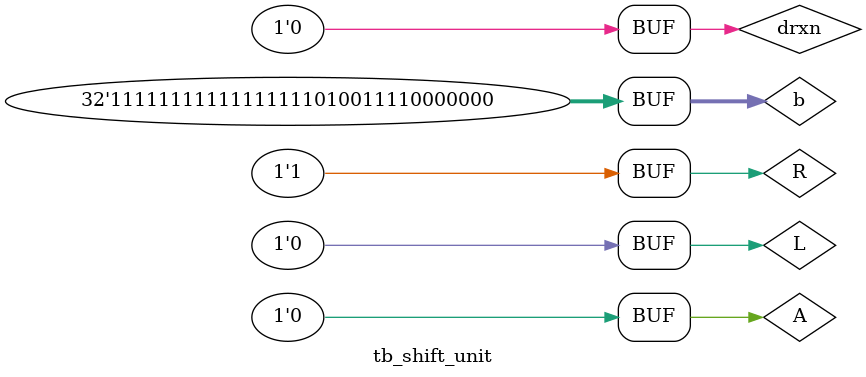
<source format=v>
module tb_shift_unit();

reg[31:0] b;
reg A,R,L, drxn;
wire [31:0] B;

shift_unit uut(.b(b), .B(B), .A(A), .R(R), .L(L), .drxn(drxn));

initial begin
    $dumpfile("var_dump.vcd");
    $dumpvars(0, tb_shift_unit);
end

initial begin
    b = 32'hFFFFA780;
    A=1; R=0; L=0;
    drxn=1'b1;
    #10;

    drxn=1'b0;
    #10;


    A=0; R=0; L=1;
    drxn=1'b1;
    #10;

    drxn=1'b0;
    #10;


    A=0; R=1; L=0;
    drxn=1'b1;
    #10;

    drxn=1'b0;
    #10;
end
endmodule

</source>
